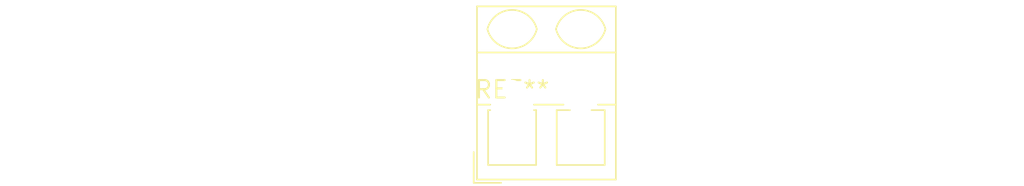
<source format=kicad_pcb>
(kicad_pcb (version 20240108) (generator pcbnew)
  (layers (0 "F.Cu" signal) (31 "B.Cu" signal) (34 "B.Paste" user) (35 "F.Paste" user) (36 "B.SilkS" user "B.Silkscreen") (37 "F.SilkS" user "F.Silkscreen") (38 "B.Mask" user) (39 "F.Mask" user) (44 "Edge.Cuts" user))
  (net 0 "")
  (footprint "TerminalBlock_MetzConnect_Type205_RT04502UBLC_1x02_P5.00mm_45Degree" (layer "F.Cu") (at 0 0)
    (property "Reference" "REF**")
    (property "Value" "TerminalBlock_MetzConnect_Type205_RT04502UBLC_1x02_P5.00mm_45Degree")
    (fp_line (start -2.8 4.56) (end -2.8 6.8) (layer "F.SilkS") (stroke (width 0.12)))
    (fp_line (start -2.8 6.8) (end -0.8 6.8) (layer "F.SilkS") (stroke (width 0.12)))
    (fp_line (start -2.56 -6.06) (end -2.56 6.56) (layer "F.SilkS") (stroke (width 0.12)))
    (fp_line (start -2.56 -6.06) (end 7.56 -6.06) (layer "F.SilkS") (stroke (width 0.12)))
    (fp_line (start -2.56 -2.7) (end 7.56 -2.7) (layer "F.SilkS") (stroke (width 0.12)))
    (fp_line (start -2.56 1.1) (end -1.59 1.1) (layer "F.SilkS") (stroke (width 0.12)))
    (fp_line (start -2.56 6.56) (end 7.56 6.56) (layer "F.SilkS") (stroke (width 0.12)))
    (fp_line (start -1.75 1.5) (end -1.75 5.5) (layer "F.SilkS") (stroke (width 0.12)))
    (fp_line (start -1.75 1.5) (end -1.59 1.5) (layer "F.SilkS") (stroke (width 0.12)))
    (fp_line (start -1.75 5.5) (end 1.75 5.5) (layer "F.SilkS") (stroke (width 0.12)))
    (fp_line (start 1.59 1.1) (end 3.744 1.1) (layer "F.SilkS") (stroke (width 0.12)))
    (fp_line (start 1.59 1.5) (end 1.75 1.5) (layer "F.SilkS") (stroke (width 0.12)))
    (fp_line (start 1.75 1.5) (end 1.75 5.5) (layer "F.SilkS") (stroke (width 0.12)))
    (fp_line (start 3.25 1.5) (end 3.25 5.5) (layer "F.SilkS") (stroke (width 0.12)))
    (fp_line (start 3.25 1.5) (end 4.216 1.5) (layer "F.SilkS") (stroke (width 0.12)))
    (fp_line (start 3.25 5.5) (end 6.75 5.5) (layer "F.SilkS") (stroke (width 0.12)))
    (fp_line (start 5.785 1.5) (end 6.75 1.5) (layer "F.SilkS") (stroke (width 0.12)))
    (fp_line (start 6.257 1.1) (end 7.56 1.1) (layer "F.SilkS") (stroke (width 0.12)))
    (fp_line (start 6.75 1.5) (end 6.75 5.5) (layer "F.SilkS") (stroke (width 0.12)))
    (fp_line (start 7.56 -6.06) (end 7.56 6.56) (layer "F.SilkS") (stroke (width 0.12)))
    (fp_arc (start -1.800846 -4.400605) (mid 0.000312 -5.801077) (end 1.801 -4.4) (layer "F.SilkS") (stroke (width 0.12)))
    (fp_arc (start 1.8 -4.4) (mid -0.000903 -3.000646) (end -1.800445 -4.401751) (layer "F.SilkS") (stroke (width 0.12)))
    (fp_arc (start 3.199154 -4.400605) (mid 5.000312 -5.801077) (end 6.801 -4.4) (layer "F.SilkS") (stroke (width 0.12)))
    (fp_arc (start 6.8 -4.4) (mid 4.999097 -3.000646) (end 3.199555 -4.401751) (layer "F.SilkS") (stroke (width 0.12)))
    (pad "1" thru_hole rect (at 0 0) (size 2.7 2.7) (drill 1.4) (layers *.Cu *.Mask) (remove_unused_layers))
    (pad "2" thru_hole circle (at 5 0) (size 2.7 2.7) (drill 1.4) (layers *.Cu *.Mask) (remove_unused_layers))
  )
)
</source>
